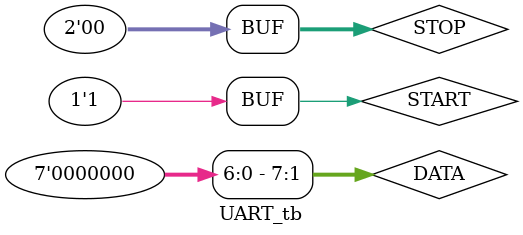
<source format=v>
module UART(
            input START,
            input [7:0]DATA,
            input PARITY,
            input [1:0]STOP,
            output [11:0]FRAME
            );
function reg[11:0] frame(input START,input [7:0]DATA,input PARITY,input [1:0]STOP);
        // frame={START,DATA,PARITY,STOP};
        frame[11]=START;
        frame[10:3]=DATA;
        frame[2]=PARITY;
        frame[1:0]=STOP;
endfunction

always @(*)
FRAME=frame(START,DATA,PARITY,STOP);

endmodule

//taetsbnech
module UART_tb();
     reg START;
     reg [7:0]DATA;
     reg PARITY;
     reg [1:0]STOP;
     wire [11:0]FRAME;

     //instantiation
     UART U1(START,DATA,PARITY,STOP,FRAME);

     initial
     begin
     START=1;DATA=$random;PARITY=^DATA;STOP=0;#10;
     DATA=$random;PARITY=^DATA;#10;
     DATA=$random;PARITY=^DATA;#10;
     DATA=$random;PARITY=^DATA;#10;
     DATA=$random;PARITY=^DATA;#10;

     end
     initial
     $monitor("START=%B DATA=%B PARITY=%B STOP=%B TIME=%t",START,DATA,PARITY,STOP,$time);
     endmodule
         

</source>
